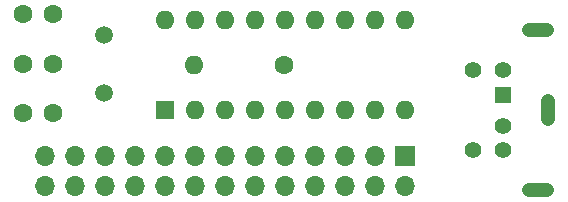
<source format=gbr>
%TF.GenerationSoftware,KiCad,Pcbnew,(6.0.11)*%
%TF.CreationDate,2023-09-03T11:13:33-05:00*%
%TF.ProjectId,ps2-to-parallel-keyboard-adapter,7073322d-746f-42d7-9061-72616c6c656c,rev?*%
%TF.SameCoordinates,Original*%
%TF.FileFunction,Soldermask,Bot*%
%TF.FilePolarity,Negative*%
%FSLAX46Y46*%
G04 Gerber Fmt 4.6, Leading zero omitted, Abs format (unit mm)*
G04 Created by KiCad (PCBNEW (6.0.11)) date 2023-09-03 11:13:33*
%MOMM*%
%LPD*%
G01*
G04 APERTURE LIST*
%ADD10C,1.600000*%
%ADD11O,1.600000X1.600000*%
%ADD12R,1.600000X1.600000*%
%ADD13C,1.500000*%
%ADD14R,1.408000X1.408000*%
%ADD15C,1.408000*%
%ADD16O,1.230000X2.730000*%
%ADD17O,2.730000X1.230000*%
%ADD18R,1.700000X1.700000*%
%ADD19O,1.700000X1.700000*%
G04 APERTURE END LIST*
D10*
%TO.C,C3*%
X146050000Y-104394000D03*
X143550000Y-104394000D03*
%TD*%
D11*
%TO.C,R1*%
X157988000Y-100310000D03*
D10*
X165608000Y-100310000D03*
%TD*%
%TO.C,C1*%
X143530000Y-96012000D03*
X146030000Y-96012000D03*
%TD*%
D12*
%TO.C,U1*%
X155560000Y-104110000D03*
D11*
X158100000Y-104110000D03*
X160640000Y-104110000D03*
X163180000Y-104110000D03*
X165720000Y-104110000D03*
X168260000Y-104110000D03*
X170800000Y-104110000D03*
X173340000Y-104110000D03*
X175880000Y-104110000D03*
X175880000Y-96490000D03*
X173340000Y-96490000D03*
X170800000Y-96490000D03*
X168260000Y-96490000D03*
X165720000Y-96490000D03*
X163180000Y-96490000D03*
X160640000Y-96490000D03*
X158100000Y-96490000D03*
X155560000Y-96490000D03*
%TD*%
D13*
%TO.C,Y1*%
X150368000Y-97790000D03*
X150368000Y-102670000D03*
%TD*%
D14*
%TO.C,J1*%
X184160000Y-102840000D03*
D15*
X184160000Y-105440000D03*
X184160000Y-100740000D03*
X184160000Y-107540000D03*
X181660000Y-100740000D03*
X181660000Y-107540000D03*
D16*
X187960000Y-104140000D03*
D17*
X187160000Y-110890000D03*
X187160000Y-97390000D03*
%TD*%
D10*
%TO.C,C2*%
X143530000Y-100203000D03*
X146030000Y-100203000D03*
%TD*%
D18*
%TO.C,J2*%
X175880000Y-108040000D03*
D19*
X175880000Y-110580000D03*
X173340000Y-108040000D03*
X173340000Y-110580000D03*
X170800000Y-108040000D03*
X170800000Y-110580000D03*
X168260000Y-108040000D03*
X168260000Y-110580000D03*
X165720000Y-108040000D03*
X165720000Y-110580000D03*
X163180000Y-108040000D03*
X163180000Y-110580000D03*
X160640000Y-108040000D03*
X160640000Y-110580000D03*
X158100000Y-108040000D03*
X158100000Y-110580000D03*
X155560000Y-108040000D03*
X155560000Y-110580000D03*
X153020000Y-108040000D03*
X153020000Y-110580000D03*
X150480000Y-108040000D03*
X150480000Y-110580000D03*
X147940000Y-108040000D03*
X147940000Y-110580000D03*
X145400000Y-108040000D03*
X145400000Y-110580000D03*
%TD*%
M02*

</source>
